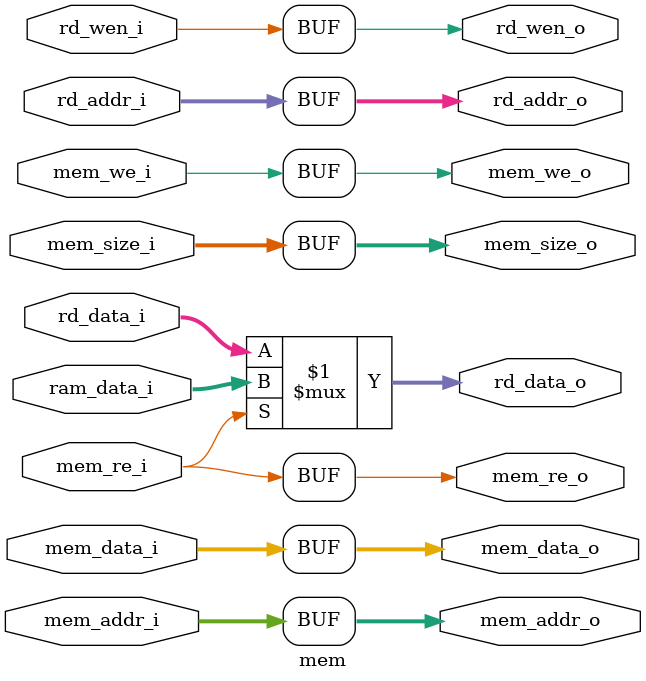
<source format=v>
module mem (
    // from ex_mem
    input  wire [ 4:0] rd_addr_i,
    input  wire [31:0] rd_data_i,
    input  wire        rd_wen_i,
    input  wire [31:0] mem_addr_i,
    input  wire [31:0] mem_data_i,
    input  wire [ 2:0] mem_size_i,
    input  wire        mem_we_i,
    input  wire        mem_re_i,
    // from RAM
    input  wire [31:0] ram_data_i,  // RAM 返回的读取数据
    // to RAM
    output wire [31:0] mem_addr_o,
    output wire [31:0] mem_data_o,
    output wire [ 2:0] mem_size_o,
    output wire        mem_we_o,
    output wire        mem_re_o,
    // to mem_wb
    output wire [ 4:0] rd_addr_o,
    output wire [31:0] rd_data_o,
    output wire        rd_wen_o
);

  // 直连信号到 RAM
  assign mem_addr_o = mem_addr_i;
  assign mem_data_o = mem_data_i;
  assign mem_size_o = mem_size_i;
  assign mem_we_o   = mem_we_i;
  assign mem_re_o   = mem_re_i;

  // 直连寄存器写回信号
  assign rd_addr_o  = rd_addr_i;
  assign rd_wen_o   = rd_wen_i;

  //------------------------ 读数据处理 ------------------------
  // 如果是 Load 操作，用 RAM 的读取数据覆盖 rd_data
  assign rd_data_o  = (mem_re_i) ? ram_data_i : rd_data_i;

endmodule

</source>
